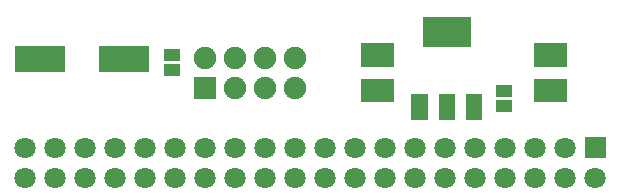
<source format=gts>
G04 Layer: TopSolderMaskLayer*
G04 EasyEDA v6.1.52, Wed, 17 Jul 2019 13:51:58 GMT*
G04 0f272f2afd1b494c8b1dbf383a833715,ab89ba01d8c54d20b0ee7efe4e0f3ffc,10*
G04 Gerber Generator version 0.2*
G04 Scale: 100 percent, Rotated: No, Reflected: No *
G04 Dimensions in inches *
G04 leading zeros omitted , absolute positions ,2 integer and 4 decimal *
%FSLAX24Y24*%
%MOIN*%
G90*
G70D02*

%ADD25C,0.070992*%
%ADD26R,0.165480X0.086740*%
%ADD31R,0.074929X0.074929*%
%ADD32C,0.074929*%

%LPD*%
G36*
G01X19294Y1294D02*
G01X19294Y2005D01*
G01X20005Y2005D01*
G01X20005Y1294D01*
G01X19294Y1294D01*
G37*
G54D25*
G01X19650Y650D03*
G01X18650Y1650D03*
G01X18650Y650D03*
G01X17650Y1650D03*
G01X17650Y650D03*
G01X16650Y1650D03*
G01X16650Y650D03*
G01X15650Y1650D03*
G01X15650Y650D03*
G01X14650Y1650D03*
G01X14650Y650D03*
G01X13650Y1650D03*
G01X13650Y650D03*
G01X12650Y1650D03*
G01X12650Y650D03*
G01X11650Y1650D03*
G01X11650Y650D03*
G01X10650Y1650D03*
G01X10650Y650D03*
G01X9650Y1650D03*
G01X9650Y650D03*
G01X8650Y1650D03*
G01X8650Y650D03*
G01X7650Y1650D03*
G01X7650Y650D03*
G01X6650Y1650D03*
G01X6650Y650D03*
G01X5650Y1650D03*
G01X5650Y650D03*
G01X4650Y1650D03*
G01X4650Y650D03*
G01X3650Y1650D03*
G01X3650Y650D03*
G01X2650Y1650D03*
G01X2650Y650D03*
G01X1650Y1650D03*
G01X1650Y650D03*
G01X650Y1650D03*
G01X650Y650D03*
G54D26*
G01X3947Y4600D03*
G01X1152Y4600D03*
G36*
G01X11847Y4346D02*
G01X11847Y5134D01*
G01X12952Y5134D01*
G01X12952Y4346D01*
G01X11847Y4346D01*
G37*
G36*
G01X11847Y3165D02*
G01X11847Y3953D01*
G01X12952Y3953D01*
G01X12952Y3165D01*
G01X11847Y3165D01*
G37*
G36*
G01X17597Y3165D02*
G01X17597Y3953D01*
G01X18702Y3953D01*
G01X18702Y3165D01*
G01X17597Y3165D01*
G37*
G36*
G01X17597Y4346D02*
G01X17597Y5134D01*
G01X18702Y5134D01*
G01X18702Y4346D01*
G01X17597Y4346D01*
G37*
G36*
G01X16334Y3348D02*
G01X16334Y3744D01*
G01X16865Y3744D01*
G01X16865Y3348D01*
G01X16334Y3348D01*
G37*
G36*
G01X16334Y2855D02*
G01X16334Y3251D01*
G01X16865Y3251D01*
G01X16865Y2855D01*
G01X16334Y2855D01*
G37*
G36*
G01X13911Y5007D02*
G01X13911Y5992D01*
G01X15488Y5992D01*
G01X15488Y5007D01*
G01X13911Y5007D01*
G37*
G36*
G01X14423Y2565D02*
G01X14423Y3434D01*
G01X14976Y3434D01*
G01X14976Y2565D01*
G01X14423Y2565D01*
G37*
G36*
G01X15328Y2565D02*
G01X15328Y3434D01*
G01X15881Y3434D01*
G01X15881Y2565D01*
G01X15328Y2565D01*
G37*
G36*
G01X13518Y2565D02*
G01X13518Y3434D01*
G01X14071Y3434D01*
G01X14071Y2565D01*
G01X13518Y2565D01*
G37*
G54D31*
G01X6650Y3650D03*
G54D32*
G01X6650Y4650D03*
G01X7650Y3650D03*
G01X7650Y4650D03*
G01X8650Y3650D03*
G01X8650Y4650D03*
G01X9650Y3650D03*
G01X9650Y4650D03*
G36*
G01X5284Y4055D02*
G01X5284Y4451D01*
G01X5815Y4451D01*
G01X5815Y4055D01*
G01X5284Y4055D01*
G37*
G36*
G01X5284Y4548D02*
G01X5284Y4944D01*
G01X5815Y4944D01*
G01X5815Y4548D01*
G01X5284Y4548D01*
G37*
M00*
M02*

</source>
